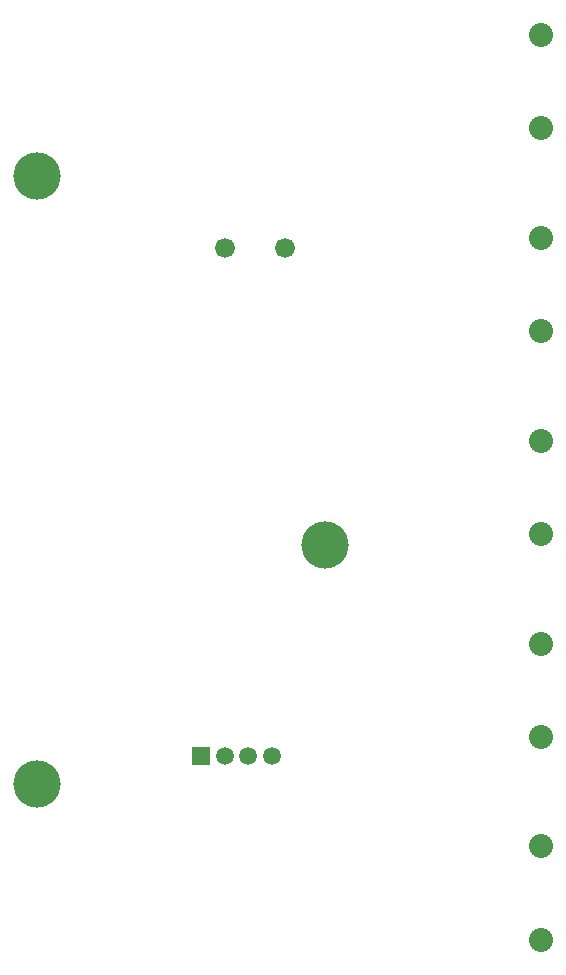
<source format=gbr>
%TF.GenerationSoftware,Altium Limited,Altium Designer,20.1.12 (249)*%
G04 Layer_Color=255*
%FSLAX26Y26*%
%MOIN*%
%TF.SameCoordinates,D7814EA1-E16B-4454-910B-2193EC0156EE*%
%TF.FilePolarity,Positive*%
%TF.FileFunction,Pads,Bot*%
%TF.Part,Single*%
G01*
G75*
%TA.AperFunction,ViaPad*%
%ADD34C,0.157480*%
%TA.AperFunction,ComponentPad*%
%ADD35C,0.059055*%
%ADD36R,0.059055X0.059055*%
%ADD37C,0.080000*%
%ADD38C,0.066142*%
D34*
X1080000Y1590000D02*
D03*
X120000Y795000D02*
D03*
Y2820000D02*
D03*
D35*
X824370Y886654D02*
D03*
X745630D02*
D03*
X903110D02*
D03*
D36*
X666890D02*
D03*
D37*
X1800000Y1262274D02*
D03*
Y951250D02*
D03*
Y1938524D02*
D03*
Y1627500D02*
D03*
Y2614774D02*
D03*
Y2303750D02*
D03*
Y3291024D02*
D03*
Y2980000D02*
D03*
Y586024D02*
D03*
Y275000D02*
D03*
D38*
X745000Y2582018D02*
D03*
X945000D02*
D03*
%TF.MD5,c75c3fb93e8f963048f7edf0d82ca8eb*%
M02*

</source>
